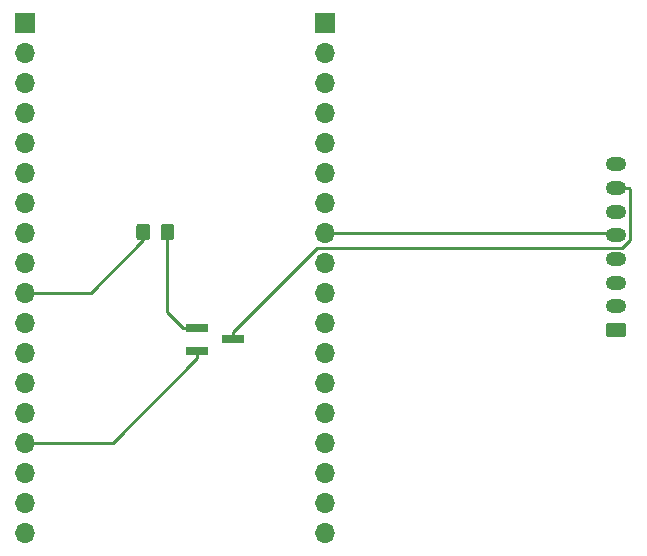
<source format=gbr>
G04 #@! TF.GenerationSoftware,KiCad,Pcbnew,(5.1.5)-3*
G04 #@! TF.CreationDate,2020-06-17T14:59:32+02:00*
G04 #@! TF.ProjectId,Tuerschild,54756572-7363-4686-996c-642e6b696361,rev?*
G04 #@! TF.SameCoordinates,Original*
G04 #@! TF.FileFunction,Copper,L1,Top*
G04 #@! TF.FilePolarity,Positive*
%FSLAX46Y46*%
G04 Gerber Fmt 4.6, Leading zero omitted, Abs format (unit mm)*
G04 Created by KiCad (PCBNEW (5.1.5)-3) date 2020-06-17 14:59:32*
%MOMM*%
%LPD*%
G04 APERTURE LIST*
%ADD10C,0.100000*%
%ADD11O,1.750000X1.200000*%
%ADD12O,1.700000X1.700000*%
%ADD13R,1.700000X1.700000*%
%ADD14R,1.900000X0.800000*%
%ADD15C,0.250000*%
G04 APERTURE END LIST*
G04 #@! TA.AperFunction,ComponentPad*
D10*
G36*
X170649505Y-100401204D02*
G01*
X170673773Y-100404804D01*
X170697572Y-100410765D01*
X170720671Y-100419030D01*
X170742850Y-100429520D01*
X170763893Y-100442132D01*
X170783599Y-100456747D01*
X170801777Y-100473223D01*
X170818253Y-100491401D01*
X170832868Y-100511107D01*
X170845480Y-100532150D01*
X170855970Y-100554329D01*
X170864235Y-100577428D01*
X170870196Y-100601227D01*
X170873796Y-100625495D01*
X170875000Y-100649999D01*
X170875000Y-101350001D01*
X170873796Y-101374505D01*
X170870196Y-101398773D01*
X170864235Y-101422572D01*
X170855970Y-101445671D01*
X170845480Y-101467850D01*
X170832868Y-101488893D01*
X170818253Y-101508599D01*
X170801777Y-101526777D01*
X170783599Y-101543253D01*
X170763893Y-101557868D01*
X170742850Y-101570480D01*
X170720671Y-101580970D01*
X170697572Y-101589235D01*
X170673773Y-101595196D01*
X170649505Y-101598796D01*
X170625001Y-101600000D01*
X169374999Y-101600000D01*
X169350495Y-101598796D01*
X169326227Y-101595196D01*
X169302428Y-101589235D01*
X169279329Y-101580970D01*
X169257150Y-101570480D01*
X169236107Y-101557868D01*
X169216401Y-101543253D01*
X169198223Y-101526777D01*
X169181747Y-101508599D01*
X169167132Y-101488893D01*
X169154520Y-101467850D01*
X169144030Y-101445671D01*
X169135765Y-101422572D01*
X169129804Y-101398773D01*
X169126204Y-101374505D01*
X169125000Y-101350001D01*
X169125000Y-100649999D01*
X169126204Y-100625495D01*
X169129804Y-100601227D01*
X169135765Y-100577428D01*
X169144030Y-100554329D01*
X169154520Y-100532150D01*
X169167132Y-100511107D01*
X169181747Y-100491401D01*
X169198223Y-100473223D01*
X169216401Y-100456747D01*
X169236107Y-100442132D01*
X169257150Y-100429520D01*
X169279329Y-100419030D01*
X169302428Y-100410765D01*
X169326227Y-100404804D01*
X169350495Y-100401204D01*
X169374999Y-100400000D01*
X170625001Y-100400000D01*
X170649505Y-100401204D01*
G37*
G04 #@! TD.AperFunction*
D11*
X170000000Y-99000000D03*
X170000000Y-97000000D03*
X170000000Y-95000000D03*
X170000000Y-93000000D03*
X170000000Y-91000000D03*
X170000000Y-89000000D03*
X170000000Y-87000000D03*
D12*
X120000000Y-118180000D03*
X120000000Y-115640000D03*
X120000000Y-113100000D03*
X120000000Y-110560000D03*
X120000000Y-108020000D03*
X120000000Y-105480000D03*
X120000000Y-102940000D03*
X120000000Y-100400000D03*
X120000000Y-97860000D03*
X120000000Y-95320000D03*
X120000000Y-92780000D03*
X120000000Y-90240000D03*
X120000000Y-87700000D03*
X120000000Y-85160000D03*
X120000000Y-82620000D03*
X120000000Y-80080000D03*
X120000000Y-77540000D03*
D13*
X120000000Y-75000000D03*
D14*
X134560000Y-100865000D03*
X134560000Y-102765000D03*
X137560000Y-101815000D03*
G04 #@! TA.AperFunction,SMDPad,CuDef*
D10*
G36*
X130314505Y-92016204D02*
G01*
X130338773Y-92019804D01*
X130362572Y-92025765D01*
X130385671Y-92034030D01*
X130407850Y-92044520D01*
X130428893Y-92057132D01*
X130448599Y-92071747D01*
X130466777Y-92088223D01*
X130483253Y-92106401D01*
X130497868Y-92126107D01*
X130510480Y-92147150D01*
X130520970Y-92169329D01*
X130529235Y-92192428D01*
X130535196Y-92216227D01*
X130538796Y-92240495D01*
X130540000Y-92264999D01*
X130540000Y-93165001D01*
X130538796Y-93189505D01*
X130535196Y-93213773D01*
X130529235Y-93237572D01*
X130520970Y-93260671D01*
X130510480Y-93282850D01*
X130497868Y-93303893D01*
X130483253Y-93323599D01*
X130466777Y-93341777D01*
X130448599Y-93358253D01*
X130428893Y-93372868D01*
X130407850Y-93385480D01*
X130385671Y-93395970D01*
X130362572Y-93404235D01*
X130338773Y-93410196D01*
X130314505Y-93413796D01*
X130290001Y-93415000D01*
X129639999Y-93415000D01*
X129615495Y-93413796D01*
X129591227Y-93410196D01*
X129567428Y-93404235D01*
X129544329Y-93395970D01*
X129522150Y-93385480D01*
X129501107Y-93372868D01*
X129481401Y-93358253D01*
X129463223Y-93341777D01*
X129446747Y-93323599D01*
X129432132Y-93303893D01*
X129419520Y-93282850D01*
X129409030Y-93260671D01*
X129400765Y-93237572D01*
X129394804Y-93213773D01*
X129391204Y-93189505D01*
X129390000Y-93165001D01*
X129390000Y-92264999D01*
X129391204Y-92240495D01*
X129394804Y-92216227D01*
X129400765Y-92192428D01*
X129409030Y-92169329D01*
X129419520Y-92147150D01*
X129432132Y-92126107D01*
X129446747Y-92106401D01*
X129463223Y-92088223D01*
X129481401Y-92071747D01*
X129501107Y-92057132D01*
X129522150Y-92044520D01*
X129544329Y-92034030D01*
X129567428Y-92025765D01*
X129591227Y-92019804D01*
X129615495Y-92016204D01*
X129639999Y-92015000D01*
X130290001Y-92015000D01*
X130314505Y-92016204D01*
G37*
G04 #@! TD.AperFunction*
G04 #@! TA.AperFunction,SMDPad,CuDef*
G36*
X132364505Y-92016204D02*
G01*
X132388773Y-92019804D01*
X132412572Y-92025765D01*
X132435671Y-92034030D01*
X132457850Y-92044520D01*
X132478893Y-92057132D01*
X132498599Y-92071747D01*
X132516777Y-92088223D01*
X132533253Y-92106401D01*
X132547868Y-92126107D01*
X132560480Y-92147150D01*
X132570970Y-92169329D01*
X132579235Y-92192428D01*
X132585196Y-92216227D01*
X132588796Y-92240495D01*
X132590000Y-92264999D01*
X132590000Y-93165001D01*
X132588796Y-93189505D01*
X132585196Y-93213773D01*
X132579235Y-93237572D01*
X132570970Y-93260671D01*
X132560480Y-93282850D01*
X132547868Y-93303893D01*
X132533253Y-93323599D01*
X132516777Y-93341777D01*
X132498599Y-93358253D01*
X132478893Y-93372868D01*
X132457850Y-93385480D01*
X132435671Y-93395970D01*
X132412572Y-93404235D01*
X132388773Y-93410196D01*
X132364505Y-93413796D01*
X132340001Y-93415000D01*
X131689999Y-93415000D01*
X131665495Y-93413796D01*
X131641227Y-93410196D01*
X131617428Y-93404235D01*
X131594329Y-93395970D01*
X131572150Y-93385480D01*
X131551107Y-93372868D01*
X131531401Y-93358253D01*
X131513223Y-93341777D01*
X131496747Y-93323599D01*
X131482132Y-93303893D01*
X131469520Y-93282850D01*
X131459030Y-93260671D01*
X131450765Y-93237572D01*
X131444804Y-93213773D01*
X131441204Y-93189505D01*
X131440000Y-93165001D01*
X131440000Y-92264999D01*
X131441204Y-92240495D01*
X131444804Y-92216227D01*
X131450765Y-92192428D01*
X131459030Y-92169329D01*
X131469520Y-92147150D01*
X131482132Y-92126107D01*
X131496747Y-92106401D01*
X131513223Y-92088223D01*
X131531401Y-92071747D01*
X131551107Y-92057132D01*
X131572150Y-92044520D01*
X131594329Y-92034030D01*
X131617428Y-92025765D01*
X131641227Y-92019804D01*
X131665495Y-92016204D01*
X131689999Y-92015000D01*
X132340001Y-92015000D01*
X132364505Y-92016204D01*
G37*
G04 #@! TD.AperFunction*
D12*
X145400000Y-118180000D03*
X145400000Y-115640000D03*
X145400000Y-113100000D03*
X145400000Y-110560000D03*
X145400000Y-108020000D03*
X145400000Y-105480000D03*
X145400000Y-102940000D03*
X145400000Y-100400000D03*
X145400000Y-97860000D03*
X145400000Y-95320000D03*
X145400000Y-92780000D03*
X145400000Y-90240000D03*
X145400000Y-87700000D03*
X145400000Y-85160000D03*
X145400000Y-82620000D03*
X145400000Y-80080000D03*
X145400000Y-77540000D03*
D13*
X145400000Y-75000000D03*
D15*
X169780000Y-92780000D02*
X170000000Y-93000000D01*
X145400000Y-92780000D02*
X169780000Y-92780000D01*
X137560000Y-101165000D02*
X137560000Y-101815000D01*
X144650010Y-94074990D02*
X137560000Y-101165000D01*
X170508171Y-94074990D02*
X144650010Y-94074990D01*
X171200010Y-93383151D02*
X170508171Y-94074990D01*
X171125000Y-89000000D02*
X171200010Y-89075010D01*
X171200010Y-89075010D02*
X171200010Y-93383151D01*
X170000000Y-89000000D02*
X171125000Y-89000000D01*
X134560000Y-103415000D02*
X134560000Y-102765000D01*
X127415000Y-110560000D02*
X134560000Y-103415000D01*
X120000000Y-110560000D02*
X127415000Y-110560000D01*
X129965000Y-93415000D02*
X129965000Y-92715000D01*
X125520000Y-97860000D02*
X129965000Y-93415000D01*
X120000000Y-97860000D02*
X125520000Y-97860000D01*
X133360000Y-100865000D02*
X134560000Y-100865000D01*
X132015000Y-99520000D02*
X133360000Y-100865000D01*
X132015000Y-92715000D02*
X132015000Y-99520000D01*
M02*

</source>
